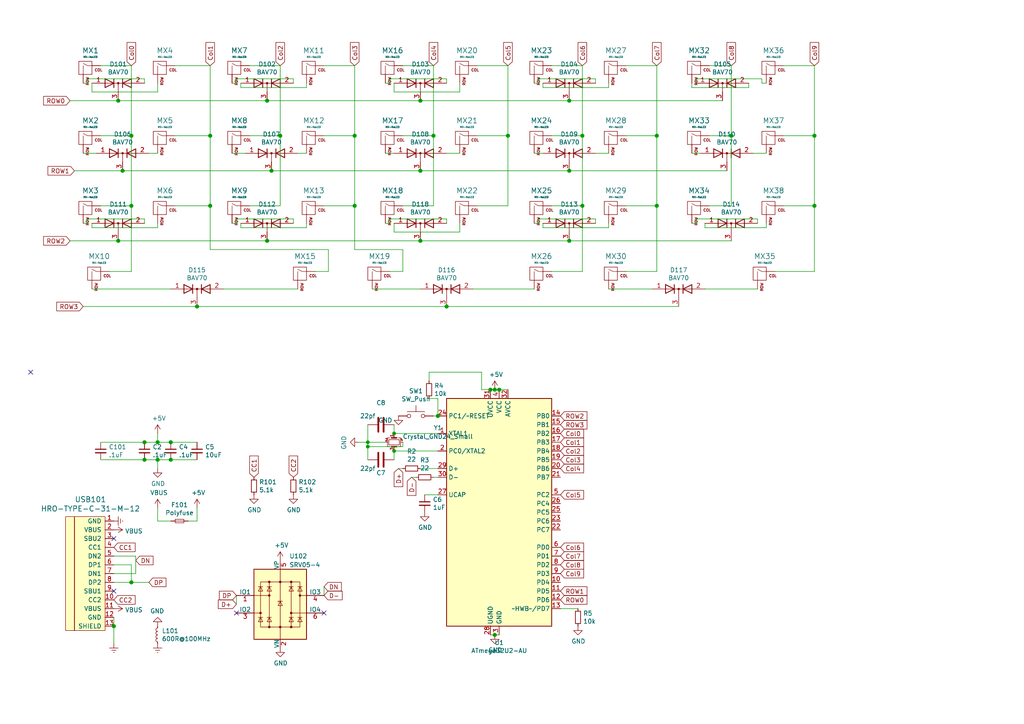
<source format=kicad_sch>
(kicad_sch (version 20220104) (generator eeschema)
  (paper "A4")
  (junction (at 77.47 69.85) (diameter 1.016))
  (junction (at 168.91 59.69) (diameter 1.016))
  (junction (at 81.28 39.37) (diameter 1.016))
  (junction (at 121.92 29.21) (diameter 1.016))
  (junction (at 38.1 168.91) (diameter 1.016))
  (junction (at 78.74 49.53) (diameter 1.016))
  (junction (at 38.1 59.69) (diameter 1.016))
  (junction (at 102.87 39.37) (diameter 1.016))
  (junction (at 45.72 133.35) (diameter 1.016))
  (junction (at 114.3 130.81))
  (junction (at 190.5 39.37) (diameter 1.016))
  (junction (at 168.91 39.37) (diameter 1.016))
  (junction (at 106.68 129.54))
  (junction (at 114.3 125.73))
  (junction (at 212.09 39.37) (diameter 1.016))
  (junction (at 60.96 59.69) (diameter 1.016))
  (junction (at 129.54 88.9) (diameter 1.016))
  (junction (at 144.78 113.03) (diameter 1.016))
  (junction (at 165.1 29.21) (diameter 1.016))
  (junction (at 106.68 128.27))
  (junction (at 165.1 69.85) (diameter 1.016))
  (junction (at 121.92 69.85) (diameter 1.016))
  (junction (at 236.22 59.69) (diameter 1.016))
  (junction (at 45.72 128.27) (diameter 1.016))
  (junction (at 77.47 29.21) (diameter 1.016))
  (junction (at 143.51 184.15) (diameter 1.016))
  (junction (at 143.51 113.03) (diameter 1.016))
  (junction (at 57.15 88.9) (diameter 1.016))
  (junction (at 102.87 59.69) (diameter 1.016))
  (junction (at 34.29 69.85) (diameter 1.016))
  (junction (at 142.24 113.03) (diameter 1.016))
  (junction (at 41.91 133.35) (diameter 1.016))
  (junction (at 127 120.65) (diameter 1.016))
  (junction (at 35.56 49.53) (diameter 1.016))
  (junction (at 236.22 39.37) (diameter 1.016))
  (junction (at 38.1 39.37) (diameter 1.016))
  (junction (at 49.53 133.35) (diameter 1.016))
  (junction (at 60.96 39.37) (diameter 1.016))
  (junction (at 147.32 39.37) (diameter 1.016))
  (junction (at 41.91 128.27) (diameter 1.016))
  (junction (at 34.29 29.21) (diameter 1.016))
  (junction (at 165.1 49.53) (diameter 1.016))
  (junction (at 125.73 39.37) (diameter 1.016))
  (junction (at 49.53 128.27) (diameter 1.016))
  (junction (at 33.02 181.61) (diameter 1.016))
  (junction (at 190.5 59.69) (diameter 1.016))
  (junction (at 121.92 49.53) (diameter 1.016))
  (no_connect (at 33.02 171.45))
  (no_connect (at 8.89 107.95))
  (no_connect (at -24.13 93.98))
  (no_connect (at 68.58 177.8))
  (no_connect (at 93.98 177.8))
  (no_connect (at 33.02 156.21))
  (wire (pts (xy 34.29 69.85) (xy 77.47 69.85)))
  (wire (pts (xy 160.02 39.37) (xy 168.91 39.37)))
  (wire (pts (xy 113.03 22.86) (xy 129.54 22.86)))
  (wire (pts (xy 33.02 179.07) (xy 33.02 181.61)))
  (wire (pts (xy 116.84 72.39) (xy 102.87 72.39)))
  (wire (pts (xy 24.13 64.77) (xy 25.4 64.77)))
  (wire (pts (xy 165.1 29.21) (xy 209.55 29.21)))
  (wire (pts (xy 222.25 64.77) (xy 222.25 66.04)))
  (wire (pts (xy 25.4 24.13) (xy 25.4 22.86)))
  (wire (pts (xy 86.36 44.45) (xy 88.9 44.45)))
  (wire (pts (xy 156.21 64.77) (xy 156.21 63.5)))
  (wire (pts (xy 160.02 19.05) (xy 168.91 19.05)))
  (wire (pts (xy 45.72 135.89) (xy 45.72 133.35)))
  (wire (pts (xy 157.48 44.45) (xy 154.94 44.45)))
  (wire (pts (xy 168.91 39.37) (xy 168.91 59.69)))
  (wire (pts (xy 45.72 151.13) (xy 49.53 151.13)))
  (wire (pts (xy 49.53 133.35) (xy 45.72 133.35)))
  (wire (pts (xy 114.3 26.67) (xy 114.3 24.13)))
  (wire (pts (xy 124.46 110.49) (xy 124.46 107.95)))
  (wire (pts (xy 45.72 26.67) (xy 26.67 26.67)))
  (wire (pts (xy 157.48 66.04) (xy 157.48 64.77)))
  (wire (pts (xy 121.92 69.85) (xy 165.1 69.85)))
  (wire (pts (xy 69.85 66.04) (xy 69.85 64.77)))
  (wire (pts (xy 45.72 128.27) (xy 49.53 128.27)))
  (wire (pts (xy 115.57 135.89) (xy 116.84 135.89)))
  (wire (pts (xy 125.73 19.05) (xy 125.73 39.37)))
  (wire (pts (xy 222.25 24.13) (xy 220.98 24.13)))
  (wire (pts (xy 154.94 24.13) (xy 156.21 24.13)))
  (wire (pts (xy 138.43 19.05) (xy 147.32 19.05)))
  (wire (pts (xy 116.84 19.05) (xy 125.73 19.05)))
  (wire (pts (xy 38.1 163.83) (xy 38.1 168.91)))
  (wire (pts (xy 204.47 83.82) (xy 219.71 83.82)))
  (wire (pts (xy 139.7 107.95) (xy 139.7 113.03)))
  (wire (pts (xy 93.98 170.18) (xy 93.98 172.72)))
  (wire (pts (xy 24.13 44.45) (xy 27.94 44.45)))
  (wire (pts (xy 25.4 22.86) (xy 41.91 22.86)))
  (wire (pts (xy 172.72 63.5) (xy 172.72 64.77)))
  (wire (pts (xy 26.67 66.04) (xy 26.67 64.77)))
  (wire (pts (xy 160.02 78.74) (xy 168.91 78.74)))
  (wire (pts (xy 106.68 123.19) (xy 106.68 128.27)))
  (wire (pts (xy 72.39 19.05) (xy 81.28 19.05)))
  (wire (pts (xy 176.53 83.82) (xy 189.23 83.82)))
  (wire (pts (xy 201.93 63.5) (xy 219.71 63.5)))
  (wire (pts (xy 77.47 29.21) (xy 121.92 29.21)))
  (wire (pts (xy 69.85 25.4) (xy 69.85 24.13)))
  (wire (pts (xy 57.15 147.32) (xy 57.15 151.13)))
  (wire (pts (xy 114.3 125.73) (xy 127 125.73)))
  (wire (pts (xy 68.58 24.13) (xy 68.58 22.86)))
  (wire (pts (xy 24.13 88.9) (xy 57.15 88.9)))
  (wire (pts (xy 133.35 64.77) (xy 133.35 67.31)))
  (wire (pts (xy 123.19 143.51) (xy 127 143.51)))
  (wire (pts (xy 116.84 128.27) (xy 116.84 129.54)))
  (wire (pts (xy 49.53 128.27) (xy 57.15 128.27)))
  (wire (pts (xy 156.21 22.86) (xy 172.72 22.86)))
  (wire (pts (xy 172.72 22.86) (xy 172.72 24.13)))
  (wire (pts (xy 106.68 128.27) (xy 106.68 129.54)))
  (wire (pts (xy 181.61 39.37) (xy 190.5 39.37)))
  (wire (pts (xy 45.72 64.77) (xy 45.72 66.04)))
  (wire (pts (xy 85.09 22.86) (xy 85.09 24.13)))
  (wire (pts (xy 165.1 69.85) (xy 212.09 69.85)))
  (wire (pts (xy 222.25 66.04) (xy 204.47 66.04)))
  (wire (pts (xy 201.93 64.77) (xy 201.93 63.5)))
  (wire (pts (xy 113.03 64.77) (xy 113.03 63.5)))
  (wire (pts (xy 212.09 59.69) (xy 212.09 39.37)))
  (wire (pts (xy 138.43 39.37) (xy 147.32 39.37)))
  (wire (pts (xy 160.02 59.69) (xy 168.91 59.69)))
  (wire (pts (xy 29.21 59.69) (xy 38.1 59.69)))
  (wire (pts (xy 31.75 78.74) (xy 38.1 78.74)))
  (wire (pts (xy 38.1 59.69) (xy 38.1 78.74)))
  (wire (pts (xy 38.1 19.05) (xy 38.1 39.37)))
  (wire (pts (xy 190.5 59.69) (xy 190.5 78.74)))
  (wire (pts (xy 168.91 59.69) (xy 168.91 78.74)))
  (wire (pts (xy 60.96 19.05) (xy 60.96 39.37)))
  (wire (pts (xy 25.4 64.77) (xy 25.4 63.5)))
  (wire (pts (xy 45.72 24.13) (xy 45.72 26.67)))
  (wire (pts (xy 201.93 22.86) (xy 201.93 24.13)))
  (wire (pts (xy 200.66 64.77) (xy 201.93 64.77)))
  (wire (pts (xy 88.9 66.04) (xy 69.85 66.04)))
  (wire (pts (xy 217.17 25.4) (xy 217.17 24.13)))
  (wire (pts (xy 116.84 78.74) (xy 116.84 72.39)))
  (wire (pts (xy 156.21 24.13) (xy 156.21 22.86)))
  (wire (pts (xy 29.21 39.37) (xy 38.1 39.37)))
  (wire (pts (xy 236.22 39.37) (xy 236.22 59.69)))
  (wire (pts (xy 121.92 29.21) (xy 165.1 29.21)))
  (wire (pts (xy 91.44 78.74) (xy 95.25 78.74)))
  (wire (pts (xy 127 115.57) (xy 124.46 115.57)))
  (wire (pts (xy 143.51 184.15) (xy 144.78 184.15)))
  (wire (pts (xy 39.37 161.29) (xy 33.02 161.29)))
  (wire (pts (xy 125.73 39.37) (xy 125.73 59.69)))
  (wire (pts (xy 85.09 63.5) (xy 85.09 64.77)))
  (wire (pts (xy 60.96 39.37) (xy 60.96 59.69)))
  (wire (pts (xy 114.3 67.31) (xy 114.3 64.77)))
  (wire (pts (xy 119.38 138.43) (xy 120.65 138.43)))
  (wire (pts (xy 139.7 113.03) (xy 142.24 113.03)))
  (wire (pts (xy 113.03 24.13) (xy 113.03 22.86)))
  (wire (pts (xy 102.87 72.39) (xy 102.87 59.69)))
  (wire (pts (xy 35.56 49.53) (xy 78.74 49.53)))
  (wire (pts (xy 156.21 63.5) (xy 172.72 63.5)))
  (wire (pts (xy 224.79 78.74) (xy 236.22 78.74)))
  (wire (pts (xy 137.16 83.82) (xy 154.94 83.82)))
  (wire (pts (xy 154.94 64.77) (xy 156.21 64.77)))
  (wire (pts (xy 236.22 19.05) (xy 236.22 39.37)))
  (wire (pts (xy 88.9 25.4) (xy 69.85 25.4)))
  (wire (pts (xy 176.53 24.13) (xy 176.53 25.4)))
  (wire (pts (xy 121.92 135.89) (xy 127 135.89)))
  (wire (pts (xy 220.98 22.86) (xy 201.93 22.86)))
  (wire (pts (xy 114.3 130.81) (xy 114.3 133.35)))
  (wire (pts (xy 168.91 19.05) (xy 168.91 39.37)))
  (wire (pts (xy 29.21 133.35) (xy 41.91 133.35)))
  (wire (pts (xy 147.32 19.05) (xy 147.32 39.37)))
  (wire (pts (xy 176.53 64.77) (xy 176.53 66.04)))
  (wire (pts (xy 157.48 25.4) (xy 157.48 24.13)))
  (wire (pts (xy 60.96 72.39) (xy 95.25 72.39)))
  (wire (pts (xy 176.53 25.4) (xy 157.48 25.4)))
  (wire (pts (xy 127 138.43) (xy 125.73 138.43)))
  (wire (pts (xy 113.03 78.74) (xy 116.84 78.74)))
  (wire (pts (xy 43.18 168.91) (xy 38.1 168.91)))
  (wire (pts (xy 181.61 59.69) (xy 190.5 59.69)))
  (wire (pts (xy 114.3 123.19) (xy 114.3 125.73)))
  (wire (pts (xy 64.77 83.82) (xy 86.36 83.82)))
  (wire (pts (xy 50.8 19.05) (xy 60.96 19.05)))
  (wire (pts (xy 45.72 66.04) (xy 26.67 66.04)))
  (wire (pts (xy 25.4 63.5) (xy 41.91 63.5)))
  (wire (pts (xy 50.8 39.37) (xy 60.96 39.37)))
  (wire (pts (xy 33.02 163.83) (xy 38.1 163.83)))
  (wire (pts (xy 106.68 129.54) (xy 106.68 133.35)))
  (wire (pts (xy 111.76 44.45) (xy 114.3 44.45)))
  (wire (pts (xy 95.25 72.39) (xy 95.25 78.74)))
  (wire (pts (xy 227.33 19.05) (xy 236.22 19.05)))
  (wire (pts (xy 104.14 128.27) (xy 106.68 128.27)))
  (wire (pts (xy 67.31 24.13) (xy 68.58 24.13)))
  (wire (pts (xy 45.72 133.35) (xy 41.91 133.35)))
  (wire (pts (xy 138.43 59.69) (xy 147.32 59.69)))
  (wire (pts (xy 38.1 168.91) (xy 33.02 168.91)))
  (wire (pts (xy 203.2 44.45) (xy 200.66 44.45)))
  (wire (pts (xy 57.15 151.13) (xy 54.61 151.13)))
  (wire (pts (xy 88.9 24.13) (xy 88.9 25.4)))
  (wire (pts (xy 212.09 39.37) (xy 212.09 19.05)))
  (wire (pts (xy 142.24 184.15) (xy 143.51 184.15)))
  (wire (pts (xy 107.95 83.82) (xy 121.92 83.82)))
  (wire (pts (xy 181.61 78.74) (xy 190.5 78.74)))
  (wire (pts (xy 144.78 113.03) (xy 143.51 113.03)))
  (wire (pts (xy 116.84 129.54) (xy 106.68 129.54)))
  (wire (pts (xy 205.74 39.37) (xy 212.09 39.37)))
  (wire (pts (xy 200.66 25.4) (xy 217.17 25.4)))
  (wire (pts (xy 21.59 49.53) (xy 35.56 49.53)))
  (wire (pts (xy 133.35 26.67) (xy 114.3 26.67)))
  (wire (pts (xy 190.5 39.37) (xy 190.5 59.69)))
  (wire (pts (xy 227.33 59.69) (xy 236.22 59.69)))
  (wire (pts (xy 33.02 181.61) (xy 33.02 186.69)))
  (wire (pts (xy 129.54 22.86) (xy 129.54 24.13)))
  (wire (pts (xy 81.28 19.05) (xy 81.28 39.37)))
  (wire (pts (xy 219.71 63.5) (xy 219.71 64.77)))
  (wire (pts (xy 45.72 147.32) (xy 45.72 151.13)))
  (wire (pts (xy 33.02 166.37) (xy 39.37 166.37)))
  (wire (pts (xy 200.66 24.13) (xy 200.66 25.4)))
  (wire (pts (xy 78.74 49.53) (xy 121.92 49.53)))
  (wire (pts (xy 176.53 66.04) (xy 157.48 66.04)))
  (wire (pts (xy 41.91 63.5) (xy 41.91 64.77)))
  (wire (pts (xy 68.58 64.77) (xy 68.58 63.5)))
  (wire (pts (xy 38.1 39.37) (xy 38.1 59.69)))
  (wire (pts (xy 147.32 39.37) (xy 147.32 59.69)))
  (wire (pts (xy 102.87 39.37) (xy 102.87 59.69)))
  (wire (pts (xy 20.32 69.85) (xy 34.29 69.85)))
  (wire (pts (xy 204.47 66.04) (xy 204.47 64.77)))
  (wire (pts (xy 142.24 113.03) (xy 143.51 113.03)))
  (wire (pts (xy 34.29 29.21) (xy 77.47 29.21)))
  (wire (pts (xy 71.12 44.45) (xy 67.31 44.45)))
  (wire (pts (xy 220.98 24.13) (xy 220.98 22.86)))
  (wire (pts (xy 50.8 59.69) (xy 60.96 59.69)))
  (wire (pts (xy 165.1 49.53) (xy 210.82 49.53)))
  (wire (pts (xy 41.91 128.27) (xy 45.72 128.27)))
  (wire (pts (xy 111.76 64.77) (xy 113.03 64.77)))
  (wire (pts (xy 133.35 67.31) (xy 114.3 67.31)))
  (wire (pts (xy 68.58 172.72) (xy 68.58 175.26)))
  (wire (pts (xy 77.47 69.85) (xy 121.92 69.85)))
  (wire (pts (xy 227.33 39.37) (xy 236.22 39.37)))
  (wire (pts (xy 29.21 19.05) (xy 38.1 19.05)))
  (wire (pts (xy 57.15 88.9) (xy 129.54 88.9)))
  (wire (pts (xy 236.22 59.69) (xy 236.22 78.74)))
  (wire (pts (xy 114.3 130.81) (xy 127 130.81)))
  (wire (pts (xy 205.74 19.05) (xy 212.09 19.05)))
  (wire (pts (xy 67.31 64.77) (xy 68.58 64.77)))
  (wire (pts (xy 41.91 22.86) (xy 41.91 24.13)))
  (wire (pts (xy 172.72 44.45) (xy 176.53 44.45)))
  (wire (pts (xy 93.98 39.37) (xy 102.87 39.37)))
  (wire (pts (xy 129.54 88.9) (xy 196.85 88.9)))
  (wire (pts (xy 93.98 19.05) (xy 102.87 19.05)))
  (wire (pts (xy 60.96 59.69) (xy 60.96 72.39)))
  (wire (pts (xy 72.39 39.37) (xy 81.28 39.37)))
  (wire (pts (xy 68.58 63.5) (xy 85.09 63.5)))
  (wire (pts (xy 26.67 26.67) (xy 26.67 24.13)))
  (wire (pts (xy 133.35 44.45) (xy 129.54 44.45)))
  (wire (pts (xy 127 120.65) (xy 125.73 120.65)))
  (wire (pts (xy 45.72 128.27) (xy 45.72 125.73)))
  (wire (pts (xy 26.67 83.82) (xy 49.53 83.82)))
  (wire (pts (xy 127 120.65) (xy 127 115.57)))
  (wire (pts (xy 39.37 161.29) (xy 39.37 166.37)))
  (wire (pts (xy 116.84 39.37) (xy 125.73 39.37)))
  (wire (pts (xy 29.21 128.27) (xy 41.91 128.27)))
  (wire (pts (xy 162.56 176.53) (xy 167.64 176.53)))
  (wire (pts (xy 144.78 113.03) (xy 147.32 113.03)))
  (wire (pts (xy 43.18 44.45) (xy 45.72 44.45)))
  (wire (pts (xy 81.28 39.37) (xy 81.28 59.69)))
  (wire (pts (xy 133.35 24.13) (xy 133.35 26.67)))
  (wire (pts (xy 205.74 59.69) (xy 212.09 59.69)))
  (wire (pts (xy 102.87 19.05) (xy 102.87 39.37)))
  (wire (pts (xy 218.44 44.45) (xy 222.25 44.45)))
  (wire (pts (xy 20.32 29.21) (xy 34.29 29.21)))
  (wire (pts (xy 181.61 19.05) (xy 190.5 19.05)))
  (wire (pts (xy 106.68 128.27) (xy 111.76 128.27)))
  (wire (pts (xy 124.46 107.95) (xy 139.7 107.95)))
  (wire (pts (xy 113.03 63.5) (xy 129.54 63.5)))
  (wire (pts (xy 111.76 24.13) (xy 113.03 24.13)))
  (wire (pts (xy 88.9 64.77) (xy 88.9 66.04)))
  (wire (pts (xy 57.15 133.35) (xy 49.53 133.35)))
  (wire (pts (xy 93.98 59.69) (xy 102.87 59.69)))
  (wire (pts (xy 121.92 49.53) (xy 165.1 49.53)))
  (wire (pts (xy 72.39 59.69) (xy 81.28 59.69)))
  (wire (pts (xy 190.5 19.05) (xy 190.5 39.37)))
  (wire (pts (xy 68.58 22.86) (xy 85.09 22.86)))
  (wire (pts (xy 116.84 59.69) (xy 125.73 59.69)))
  (wire (pts (xy 24.13 24.13) (xy 25.4 24.13)))
  (wire (pts (xy 129.54 63.5) (xy 129.54 64.77)))
  (global_label "DP" (shape input) (at 43.18 168.91 0) (property "Intersheet References" "${INTERSHEET_REFS}" (effects hide)))
  (global_label "Col8" (shape input) (at 162.56 163.83 0) (property "Intersheet References" "${INTERSHEET_REFS}" (effects hide)))
  (global_label "CC1" (shape input) (at 33.02 158.75 0) (property "Intersheet References" "${INTERSHEET_REFS}" (effects hide)))
  (global_label "Col4" (shape input) (at 162.56 135.89 0) (property "Intersheet References" "${INTERSHEET_REFS}" (effects hide)))
  (global_label "Col0" (shape input) (at 162.56 125.73 0) (property "Intersheet References" "${INTERSHEET_REFS}" (effects hide)))
  (global_label "Col4" (shape input) (at 125.73 19.05 90) (property "Intersheet References" "${INTERSHEET_REFS}" (effects hide)))
  (global_label "Col7" (shape input) (at 162.56 161.29 0) (property "Intersheet References" "${INTERSHEET_REFS}" (effects hide)))
  (global_label "Col3" (shape input) (at 102.87 19.05 90) (property "Intersheet References" "${INTERSHEET_REFS}" (effects hide)))
  (global_label "Col5" (shape input) (at 147.32 19.05 90) (property "Intersheet References" "${INTERSHEET_REFS}" (effects hide)))
  (global_label "DN" (shape input) (at 39.37 162.56 0) (property "Intersheet References" "${INTERSHEET_REFS}" (effects hide)))
  (global_label "ROW0" (shape input) (at 162.56 173.99 0) (property "Intersheet References" "${INTERSHEET_REFS}" (effects hide)))
  (global_label "DP" (shape input) (at 68.58 172.72 180) (property "Intersheet References" "${INTERSHEET_REFS}" (effects hide)))
  (global_label "ROW1" (shape input) (at 21.59 49.53 180) (property "Intersheet References" "${INTERSHEET_REFS}" (effects hide)))
  (global_label "ROW2" (shape input) (at 20.32 69.85 180) (property "Intersheet References" "${INTERSHEET_REFS}" (effects hide)))
  (global_label "Col1" (shape input) (at 60.96 19.05 90) (property "Intersheet References" "${INTERSHEET_REFS}" (effects hide)))
  (global_label "Col9" (shape input) (at 162.56 166.37 0) (property "Intersheet References" "${INTERSHEET_REFS}" (effects hide)))
  (global_label "Col8" (shape input) (at 212.09 19.05 90) (property "Intersheet References" "${INTERSHEET_REFS}" (effects hide)))
  (global_label "D-" (shape input) (at 119.38 138.43 270) (property "Intersheet References" "${INTERSHEET_REFS}" (effects hide)))
  (global_label "ROW2" (shape input) (at 162.56 120.65 0) (property "Intersheet References" "${INTERSHEET_REFS}" (effects hide)))
  (global_label "Col7" (shape input) (at 190.5 19.05 90) (property "Intersheet References" "${INTERSHEET_REFS}" (effects hide)))
  (global_label "D+" (shape input) (at 68.58 175.26 180) (property "Intersheet References" "${INTERSHEET_REFS}" (effects hide)))
  (global_label "CC1" (shape input) (at 73.66 138.43 90) (property "Intersheet References" "${INTERSHEET_REFS}" (effects hide)))
  (global_label "DN" (shape input) (at 93.98 170.18 0) (property "Intersheet References" "${INTERSHEET_REFS}" (effects hide)))
  (global_label "D-" (shape input) (at 93.98 172.72 0) (property "Intersheet References" "${INTERSHEET_REFS}" (effects hide)))
  (global_label "Col0" (shape input) (at 38.1 19.05 90) (property "Intersheet References" "${INTERSHEET_REFS}" (effects hide)))
  (global_label "ROW3" (shape input) (at 162.56 123.19 0) (property "Intersheet References" "${INTERSHEET_REFS}" (effects hide)))
  (global_label "Col9" (shape input) (at 236.22 19.05 90) (property "Intersheet References" "${INTERSHEET_REFS}" (effects hide)))
  (global_label "Col5" (shape input) (at 162.56 143.51 0) (property "Intersheet References" "${INTERSHEET_REFS}" (effects hide)))
  (global_label "D+" (shape input) (at 115.57 135.89 270) (property "Intersheet References" "${INTERSHEET_REFS}" (effects hide)))
  (global_label "CC2" (shape input) (at 85.09 138.43 90) (property "Intersheet References" "${INTERSHEET_REFS}" (effects hide)))
  (global_label "Col3" (shape input) (at 162.56 133.35 0) (property "Intersheet References" "${INTERSHEET_REFS}" (effects hide)))
  (global_label "Col6" (shape input) (at 162.56 158.75 0) (property "Intersheet References" "${INTERSHEET_REFS}" (effects hide)))
  (global_label "Col2" (shape input) (at 81.28 19.05 90) (property "Intersheet References" "${INTERSHEET_REFS}" (effects hide)))
  (global_label "Col1" (shape input) (at 162.56 128.27 0) (property "Intersheet References" "${INTERSHEET_REFS}" (effects hide)))
  (global_label "ROW0" (shape input) (at 20.32 29.21 180) (property "Intersheet References" "${INTERSHEET_REFS}" (effects hide)))
  (global_label "CC2" (shape input) (at 33.02 173.99 0) (property "Intersheet References" "${INTERSHEET_REFS}" (effects hide)))
  (global_label "ROW1" (shape input) (at 162.56 171.45 0) (property "Intersheet References" "${INTERSHEET_REFS}" (effects hide)))
  (global_label "Col2" (shape input) (at 162.56 130.81 0) (property "Intersheet References" "${INTERSHEET_REFS}" (effects hide)))
  (global_label "Col6" (shape input) (at 168.91 19.05 90) (property "Intersheet References" "${INTERSHEET_REFS}" (effects hide)))
  (global_label "ROW3" (shape input) (at 24.13 88.9 180) (property "Intersheet References" "${INTERSHEET_REFS}" (effects hide)))
  (symbol (lib_id "Adalyn-rescue:MX-NoLED-MX_Alps_Hybrid") (at 25.4 20.32 0) (unit 1)
    (property "Reference" "MX1" (at 26.2382 14.6558 0) (effects (font (size 1.524 1.524))))
    (property "Value" "MX-NoLED" (at 26.2382 16.5354 0) (effects (font (size 0.508 0.508))))
    (property "Footprint" "marbastlib-mx:SW_MX_1u" (effects hide))
  )
  (symbol (lib_id "Adalyn-rescue:MX-NoLED-MX_Alps_Hybrid") (at 46.99 20.32 0) (unit 1)
    (property "Reference" "MX4" (at 47.8282 14.6558 0) (effects (font (size 1.524 1.524))))
    (property "Value" "MX-NoLED" (at 47.8282 16.5354 0) (effects (font (size 0.508 0.508))))
    (property "Footprint" "marbastlib-mx:SW_MX_1u" (effects hide))
  )
  (symbol (lib_id "Adalyn-rescue:MX-NoLED-MX_Alps_Hybrid") (at 68.58 20.32 0) (unit 1)
    (property "Reference" "MX7" (at 69.4182 14.6558 0) (effects (font (size 1.524 1.524))))
    (property "Value" "MX-NoLED" (at 69.4182 16.5354 0) (effects (font (size 0.508 0.508))))
    (property "Footprint" "marbastlib-mx:SW_MX_1u" (effects hide))
  )
  (symbol (lib_id "Adalyn-rescue:MX-NoLED-MX_Alps_Hybrid") (at 90.17 20.32 0) (unit 1)
    (property "Reference" "MX11" (at 91.0082 14.6558 0) (effects (font (size 1.524 1.524))))
    (property "Value" "MX-NoLED" (at 91.0082 16.5354 0) (effects (font (size 0.508 0.508))))
    (property "Footprint" "marbastlib-mx:SW_MX_1u" (effects hide))
  )
  (symbol (lib_id "Adalyn-rescue:MX-NoLED-MX_Alps_Hybrid") (at 113.03 20.32 0) (unit 1)
    (property "Reference" "MX16" (at 113.8682 14.6558 0) (effects (font (size 1.524 1.524))))
    (property "Value" "MX-NoLED" (at 113.8682 16.5354 0) (effects (font (size 0.508 0.508))))
    (property "Footprint" "marbastlib-mx:SW_MX_1u" (effects hide))
  )
  (symbol (lib_id "Adalyn-rescue:MX-NoLED-MX_Alps_Hybrid") (at 134.62 20.32 0) (unit 1)
    (property "Reference" "MX20" (at 135.4582 14.6558 0) (effects (font (size 1.524 1.524))))
    (property "Value" "MX-NoLED" (at 135.4582 16.5354 0) (effects (font (size 0.508 0.508))))
    (property "Footprint" "marbastlib-mx:SW_MX_1u" (effects hide))
  )
  (symbol (lib_id "Adalyn-rescue:MX-NoLED-MX_Alps_Hybrid") (at 156.21 20.32 0) (unit 1)
    (property "Reference" "MX23" (at 157.0482 14.6558 0) (effects (font (size 1.524 1.524))))
    (property "Value" "MX-NoLED" (at 157.0482 16.5354 0) (effects (font (size 0.508 0.508))))
    (property "Footprint" "marbastlib-mx:SW_MX_1u" (effects hide))
  )
  (symbol (lib_id "Adalyn-rescue:MX-NoLED-MX_Alps_Hybrid") (at 177.8 20.32 0) (unit 1)
    (property "Reference" "MX27" (at 178.6382 14.6558 0) (effects (font (size 1.524 1.524))))
    (property "Value" "MX-NoLED" (at 178.6382 16.5354 0) (effects (font (size 0.508 0.508))))
    (property "Footprint" "marbastlib-mx:SW_MX_1u" (effects hide))
  )
  (symbol (lib_id "Adalyn-rescue:MX-NoLED-MX_Alps_Hybrid") (at 201.93 20.32 0) (unit 1)
    (property "Reference" "MX32" (at 202.7682 14.6558 0) (effects (font (size 1.524 1.524))))
    (property "Value" "MX-NoLED" (at 202.7682 16.5354 0) (effects (font (size 0.508 0.508))))
    (property "Footprint" "marbastlib-mx:SW_MX_1u" (effects hide))
  )
  (symbol (lib_id "Adalyn-rescue:MX-NoLED-MX_Alps_Hybrid") (at 223.52 20.32 0) (unit 1)
    (property "Reference" "MX36" (at 224.3582 14.6558 0) (effects (font (size 1.524 1.524))))
    (property "Value" "MX-NoLED" (at 224.3582 16.5354 0) (effects (font (size 0.508 0.508))))
    (property "Footprint" "marbastlib-mx:SW_MX_1u" (effects hide))
  )
  (symbol (lib_id "Adalyn-rescue:MX-NoLED-MX_Alps_Hybrid") (at 25.4 40.64 0) (unit 1)
    (property "Reference" "MX2" (at 26.2382 34.9758 0) (effects (font (size 1.524 1.524))))
    (property "Value" "MX-NoLED" (at 26.2382 36.8554 0) (effects (font (size 0.508 0.508))))
    (property "Footprint" "marbastlib-mx:SW_MX_1u" (effects hide))
  )
  (symbol (lib_id "Adalyn-rescue:MX-NoLED-MX_Alps_Hybrid") (at 46.99 40.64 0) (unit 1)
    (property "Reference" "MX5" (at 47.8282 34.9758 0) (effects (font (size 1.524 1.524))))
    (property "Value" "MX-NoLED" (at 47.8282 36.8554 0) (effects (font (size 0.508 0.508))))
    (property "Footprint" "marbastlib-mx:SW_MX_1u" (effects hide))
  )
  (symbol (lib_id "Adalyn-rescue:MX-NoLED-MX_Alps_Hybrid") (at 68.58 40.64 0) (unit 1)
    (property "Reference" "MX8" (at 69.4182 34.9758 0) (effects (font (size 1.524 1.524))))
    (property "Value" "MX-NoLED" (at 69.4182 36.8554 0) (effects (font (size 0.508 0.508))))
    (property "Footprint" "marbastlib-mx:SW_MX_1u" (effects hide))
  )
  (symbol (lib_id "Adalyn-rescue:MX-NoLED-MX_Alps_Hybrid") (at 90.17 40.64 0) (unit 1)
    (property "Reference" "MX12" (at 91.0082 34.9758 0) (effects (font (size 1.524 1.524))))
    (property "Value" "MX-NoLED" (at 91.0082 36.8554 0) (effects (font (size 0.508 0.508))))
    (property "Footprint" "marbastlib-mx:SW_MX_1u" (effects hide))
  )
  (symbol (lib_id "Adalyn-rescue:MX-NoLED-MX_Alps_Hybrid") (at 113.03 40.64 0) (unit 1)
    (property "Reference" "MX17" (at 113.8682 34.9758 0) (effects (font (size 1.524 1.524))))
    (property "Value" "MX-NoLED" (at 113.8682 36.8554 0) (effects (font (size 0.508 0.508))))
    (property "Footprint" "marbastlib-mx:SW_MX_1u" (effects hide))
  )
  (symbol (lib_id "Adalyn-rescue:MX-NoLED-MX_Alps_Hybrid") (at 134.62 40.64 0) (unit 1)
    (property "Reference" "MX21" (at 135.4582 34.9758 0) (effects (font (size 1.524 1.524))))
    (property "Value" "MX-NoLED" (at 135.4582 36.8554 0) (effects (font (size 0.508 0.508))))
    (property "Footprint" "marbastlib-mx:SW_MX_1u" (effects hide))
  )
  (symbol (lib_id "Adalyn-rescue:MX-NoLED-MX_Alps_Hybrid") (at 156.21 40.64 0) (unit 1)
    (property "Reference" "MX24" (at 157.0482 34.9758 0) (effects (font (size 1.524 1.524))))
    (property "Value" "MX-NoLED" (at 157.0482 36.8554 0) (effects (font (size 0.508 0.508))))
    (property "Footprint" "marbastlib-mx:SW_MX_1u" (effects hide))
  )
  (symbol (lib_id "Adalyn-rescue:MX-NoLED-MX_Alps_Hybrid") (at 177.8 40.64 0) (unit 1)
    (property "Reference" "MX28" (at 178.6382 34.9758 0) (effects (font (size 1.524 1.524))))
    (property "Value" "MX-NoLED" (at 178.6382 36.8554 0) (effects (font (size 0.508 0.508))))
    (property "Footprint" "marbastlib-mx:SW_MX_1u" (effects hide))
  )
  (symbol (lib_id "Adalyn-rescue:MX-NoLED-MX_Alps_Hybrid") (at 201.93 40.64 0) (unit 1)
    (property "Reference" "MX33" (at 202.7682 34.9758 0) (effects (font (size 1.524 1.524))))
    (property "Value" "MX-NoLED" (at 202.7682 36.8554 0) (effects (font (size 0.508 0.508))))
    (property "Footprint" "marbastlib-mx:SW_MX_1u" (effects hide))
  )
  (symbol (lib_id "Adalyn-rescue:MX-NoLED-MX_Alps_Hybrid") (at 223.52 40.64 0) (unit 1)
    (property "Reference" "MX37" (at 224.3582 34.9758 0) (effects (font (size 1.524 1.524))))
    (property "Value" "MX-NoLED" (at 224.3582 36.8554 0) (effects (font (size 0.508 0.508))))
    (property "Footprint" "marbastlib-mx:SW_MX_1u" (effects hide))
  )
  (symbol (lib_id "Adalyn-rescue:MX-NoLED-MX_Alps_Hybrid") (at 25.4 60.96 0) (unit 1)
    (property "Reference" "MX3" (at 26.2382 55.2958 0) (effects (font (size 1.524 1.524))))
    (property "Value" "MX-NoLED" (at 26.2382 57.1754 0) (effects (font (size 0.508 0.508))))
    (property "Footprint" "marbastlib-mx:SW_MX_1u" (effects hide))
  )
  (symbol (lib_id "Adalyn-rescue:MX-NoLED-MX_Alps_Hybrid") (at 46.99 60.96 0) (unit 1)
    (property "Reference" "MX6" (at 47.8282 55.2958 0) (effects (font (size 1.524 1.524))))
    (property "Value" "MX-NoLED" (at 47.8282 57.1754 0) (effects (font (size 0.508 0.508))))
    (property "Footprint" "marbastlib-mx:SW_MX_1u" (effects hide))
  )
  (symbol (lib_id "Adalyn-rescue:MX-NoLED-MX_Alps_Hybrid") (at 68.58 60.96 0) (unit 1)
    (property "Reference" "MX9" (at 69.4182 55.2958 0) (effects (font (size 1.524 1.524))))
    (property "Value" "MX-NoLED" (at 69.4182 57.1754 0) (effects (font (size 0.508 0.508))))
    (property "Footprint" "marbastlib-mx:SW_MX_1u" (effects hide))
  )
  (symbol (lib_id "Adalyn-rescue:MX-NoLED-MX_Alps_Hybrid") (at 90.17 60.96 0) (unit 1)
    (property "Reference" "MX13" (at 91.0082 55.2958 0) (effects (font (size 1.524 1.524))))
    (property "Value" "MX-NoLED" (at 91.0082 57.1754 0) (effects (font (size 0.508 0.508))))
    (property "Footprint" "marbastlib-mx:SW_MX_1u" (effects hide))
  )
  (symbol (lib_id "Adalyn-rescue:MX-NoLED-MX_Alps_Hybrid") (at 113.03 60.96 0) (unit 1)
    (property "Reference" "MX18" (at 113.8682 55.2958 0) (effects (font (size 1.524 1.524))))
    (property "Value" "MX-NoLED" (at 113.8682 57.1754 0) (effects (font (size 0.508 0.508))))
    (property "Footprint" "marbastlib-mx:SW_MX_1u" (effects hide))
  )
  (symbol (lib_id "Adalyn-rescue:MX-NoLED-MX_Alps_Hybrid") (at 134.62 60.96 0) (unit 1)
    (property "Reference" "MX22" (at 135.4582 55.2958 0) (effects (font (size 1.524 1.524))))
    (property "Value" "MX-NoLED" (at 135.4582 57.1754 0) (effects (font (size 0.508 0.508))))
    (property "Footprint" "marbastlib-mx:SW_MX_1u" (effects hide))
  )
  (symbol (lib_id "Adalyn-rescue:MX-NoLED-MX_Alps_Hybrid") (at 156.21 60.96 0) (unit 1)
    (property "Reference" "MX25" (at 157.0482 55.2958 0) (effects (font (size 1.524 1.524))))
    (property "Value" "MX-NoLED" (at 157.0482 57.1754 0) (effects (font (size 0.508 0.508))))
    (property "Footprint" "marbastlib-mx:SW_MX_1u" (effects hide))
  )
  (symbol (lib_id "Adalyn-rescue:MX-NoLED-MX_Alps_Hybrid") (at 177.8 60.96 0) (unit 1)
    (property "Reference" "MX29" (at 178.6382 55.2958 0) (effects (font (size 1.524 1.524))))
    (property "Value" "MX-NoLED" (at 178.6382 57.1754 0) (effects (font (size 0.508 0.508))))
    (property "Footprint" "marbastlib-mx:SW_MX_1u" (effects hide))
  )
  (symbol (lib_id "Adalyn-rescue:MX-NoLED-MX_Alps_Hybrid") (at 201.93 60.96 0) (unit 1)
    (property "Reference" "MX34" (at 202.7682 55.2958 0) (effects (font (size 1.524 1.524))))
    (property "Value" "MX-NoLED" (at 202.7682 57.1754 0) (effects (font (size 0.508 0.508))))
    (property "Footprint" "marbastlib-mx:SW_MX_1u" (effects hide))
  )
  (symbol (lib_id "Adalyn-rescue:MX-NoLED-MX_Alps_Hybrid") (at 223.52 60.96 0) (unit 1)
    (property "Reference" "MX38" (at 224.3582 55.2958 0) (effects (font (size 1.524 1.524))))
    (property "Value" "MX-NoLED" (at 224.3582 57.1754 0) (effects (font (size 0.508 0.508))))
    (property "Footprint" "marbastlib-mx:SW_MX_1u" (effects hide))
  )
  (symbol (lib_id "Adalyn-rescue:MX-NoLED-MX_Alps_Hybrid") (at 27.94 80.01 0) (unit 1)
    (property "Reference" "MX10" (at 28.7782 74.3458 0) (effects (font (size 1.524 1.524))))
    (property "Value" "MX-NoLED" (at 28.7782 76.2254 0) (effects (font (size 0.508 0.508))))
    (property "Footprint" "marbastlib-mx:SW_MX_1u" (effects hide))
  )
  (symbol (lib_id "Adalyn-rescue:MX-NoLED-MX_Alps_Hybrid") (at 87.63 80.01 0) (unit 1)
    (property "Reference" "MX15" (at 88.4682 74.3458 0) (effects (font (size 1.524 1.524))))
    (property "Value" "MX-NoLED" (at 88.4682 76.2254 0) (effects (font (size 0.508 0.508))))
    (property "Footprint" "marbastlib-mx:SW_MX_1u" (effects hide))
  )
  (symbol (lib_id "Adalyn-rescue:MX-NoLED-MX_Alps_Hybrid") (at 109.22 80.01 0) (unit 1)
    (property "Reference" "MX19" (at 110.0582 74.3458 0) (effects (font (size 1.524 1.524))))
    (property "Value" "MX-NoLED" (at 110.0582 76.2254 0) (effects (font (size 0.508 0.508))))
    (property "Footprint" "marbastlib-mx:SW_MX_1u" (effects hide))
  )
  (symbol (lib_id "Adalyn-rescue:MX-NoLED-MX_Alps_Hybrid") (at 156.21 80.01 0) (unit 1)
    (property "Reference" "MX26" (at 157.0482 74.3458 0) (effects (font (size 1.524 1.524))))
    (property "Value" "MX-NoLED" (at 157.0482 76.2254 0) (effects (font (size 0.508 0.508))))
    (property "Footprint" "marbastlib-mx:SW_MX_1u" (effects hide))
  )
  (symbol (lib_id "Adalyn-rescue:MX-NoLED-MX_Alps_Hybrid") (at 177.8 80.01 0) (unit 1)
    (property "Reference" "MX30" (at 178.6382 74.3458 0) (effects (font (size 1.524 1.524))))
    (property "Value" "MX-NoLED" (at 178.6382 76.2254 0) (effects (font (size 0.508 0.508))))
    (property "Footprint" "marbastlib-mx:SW_MX_1u" (effects hide))
  )
  (symbol (lib_id "Adalyn-rescue:MX-NoLED-MX_Alps_Hybrid") (at 220.98 80.01 0) (unit 1)
    (property "Reference" "MX35" (at 221.8182 74.3458 0) (effects (font (size 1.524 1.524))))
    (property "Value" "MX-NoLED" (at 221.8182 76.2254 0) (effects (font (size 0.508 0.508))))
    (property "Footprint" "marbastlib-mx:SW_MX_1u" (effects hide))
  )
  (symbol (lib_id "Switch:SW_Push") (at 120.65 120.65 0) (unit 1)
    (property "Reference" "SW1" (at 120.65 113.411 0))
    (property "Value" "SW_Push" (at 120.65 115.7224 0))
    (property "Footprint" "Keebio-Parts:SW_SPST_TL3342" (effects hide))
    (property "LCSC" "C318884" (effects hide))
  )
  (symbol (lib_id "power:GND") (at 115.57 120.65 0) (unit 1)
    (property "Reference" "#PWR010" (effects hide))
    (property "Value" "GND" (at 111.76 121.92 0))
  )
  (symbol (lib_id "power:+5V") (at 143.51 113.03 0) (unit 1)
    (property "Reference" "#PWR012" (effects hide))
    (property "Value" "+5V" (at 143.891 108.6358 0))
  )
  (symbol (lib_id "Device:R_Small") (at 124.46 113.03 0) (unit 1)
    (property "Reference" "R4" (at 125.9586 111.8616 0) (effects (justify left)))
    (property "Value" "10k" (at 125.9586 114.173 0) (effects (justify left)))
    (property "Footprint" "Resistor_SMD:R_0805_2012Metric" (effects hide))
    (property "LCSC" "C17414" (effects hide))
  )
  (symbol (lib_id "Device:R_Small") (at 167.64 179.07 0) (unit 1)
    (property "Reference" "R5" (at 169.1386 177.9016 0) (effects (justify left)))
    (property "Value" "10k" (at 169.1386 180.213 0) (effects (justify left)))
    (property "Footprint" "Resistor_SMD:R_0805_2012Metric" (effects hide))
    (property "LCSC" "C17414" (effects hide))
  )
  (symbol (lib_id "power:GND") (at 167.64 181.61 0) (unit 1)
    (property "Reference" "#PWR014" (effects hide))
    (property "Value" "GND" (at 167.767 186.0042 0))
  )
  (symbol (lib_id "Device:R_Small") (at 119.38 135.89 270) (unit 1)
    (property "Reference" "R2" (at 119.38 130.9116 90))
    (property "Value" "22" (at 119.38 133.223 90))
    (property "Footprint" "Resistor_SMD:R_0805_2012Metric" (effects hide))
    (property "LCSC" "C17561" (effects hide))
  )
  (symbol (lib_id "Device:R_Small") (at 123.19 138.43 270) (unit 1)
    (property "Reference" "R3" (at 123.19 133.4516 90))
    (property "Value" "22" (at 123.19 135.763 90))
    (property "Footprint" "Resistor_SMD:R_0805_2012Metric" (effects hide))
    (property "LCSC" "C17561" (effects hide))
  )
  (symbol (lib_id "Device:C_Small") (at 123.19 146.05 0) (unit 1)
    (property "Reference" "C6" (at 125.5268 144.8816 0) (effects (justify left)))
    (property "Value" "1uF" (at 125.5268 147.193 0) (effects (justify left)))
    (property "Footprint" "Capacitor_SMD:C_0805_2012Metric" (effects hide))
    (property "LCSC" "C28323" (effects hide))
  )
  (symbol (lib_id "power:GND") (at 123.19 148.59 0) (unit 1)
    (property "Reference" "#PWR011" (effects hide))
    (property "Value" "GND" (at 123.317 152.9842 0))
  )
  (symbol (lib_id "Device:C_Small") (at 41.91 130.81 0) (unit 1)
    (property "Reference" "C2" (at 44.2468 129.6416 0) (effects (justify left)))
    (property "Value" ".1uF" (at 44.2468 131.953 0) (effects (justify left)))
    (property "Footprint" "Capacitor_SMD:C_0805_2012Metric" (effects hide))
    (property "LCSC" "C49678" (effects hide))
  )
  (symbol (lib_id "Device:C_Small") (at 49.53 130.81 0) (unit 1)
    (property "Reference" "C4" (at 51.8668 129.6416 0) (effects (justify left)))
    (property "Value" ".1uF" (at 51.8668 131.953 0) (effects (justify left)))
    (property "Footprint" "Capacitor_SMD:C_0805_2012Metric" (effects hide))
    (property "LCSC" "C49678" (effects hide))
  )
  (symbol (lib_id "Device:C_Small") (at 57.15 130.81 0) (unit 1)
    (property "Reference" "C5" (at 59.4868 129.6416 0) (effects (justify left)))
    (property "Value" "10uF" (at 59.4868 131.953 0) (effects (justify left)))
    (property "Footprint" "Capacitor_SMD:C_0805_2012Metric" (effects hide))
    (property "LCSC" "C91245" (effects hide))
  )
  (symbol (lib_id "power:GND") (at 45.72 135.89 0) (unit 1)
    (property "Reference" "#PWR03" (effects hide))
    (property "Value" "GND" (at 45.847 140.2842 0))
  )
  (symbol (lib_id "power:+5V") (at 45.72 125.73 0) (unit 1)
    (property "Reference" "#PWR02" (effects hide))
    (property "Value" "+5V" (at 46.101 121.3358 0))
  )
  (symbol (lib_id "Device:C_Small") (at 29.21 130.81 0) (unit 1)
    (property "Reference" "C101" (at 31.5468 129.6416 0) (effects (justify left)))
    (property "Value" ".1uF" (at 31.5468 131.953 0) (effects (justify left)))
    (property "Footprint" "Capacitor_SMD:C_0805_2012Metric" (effects hide))
    (property "LCSC" "C49678" (effects hide))
  )
  (symbol (lib_id "Adalyn-rescue:HRO-TYPE-C-31-M-12-keebio") (at 30.48 165.1 0) (unit 1)
    (property "Reference" "USB101" (at 26.2382 144.8562 0) (effects (font (size 1.524 1.524))))
    (property "Value" "HRO-TYPE-C-31-M-12" (at 26.2382 147.5486 0) (effects (font (size 1.524 1.524))))
    (property "Footprint" "Type-C:HRO-TYPE-C-31-M-12-Assembly" (effects hide))
    (property "LCSC" "C165948" (effects hide))
  )
  (symbol (lib_id "power:+5V") (at 81.28 162.56 0) (unit 1)
    (property "Reference" "#PWR0101" (effects hide))
    (property "Value" "+5V" (at 81.661 158.1658 0))
  )
  (symbol (lib_id "power:GND") (at 81.28 187.96 0) (unit 1)
    (property "Reference" "#PWR0103" (effects hide))
    (property "Value" "GND" (at 81.407 192.3542 0))
  )
  (symbol (lib_id "power:GND") (at 73.66 143.51 0) (unit 1)
    (property "Reference" "#PWR0104" (effects hide))
    (property "Value" "GND" (at 73.787 147.9042 0))
  )
  (symbol (lib_id "power:GND") (at 85.09 143.51 0) (unit 1)
    (property "Reference" "#PWR0105" (effects hide))
    (property "Value" "GND" (at 85.217 147.9042 0))
  )
  (symbol (lib_id "Device:Fuse_Small") (at 52.07 151.13 0) (unit 1)
    (property "Reference" "F101" (at 52.07 146.431 0))
    (property "Value" "Polyfuse" (at 52.07 148.7424 0))
    (property "Footprint" "Fuse:Fuse_1206_3216Metric" (effects hide))
    (property "LCSC" "C69688" (effects hide))
  )
  (symbol (lib_id "power:Earth") (at 33.02 186.69 0) (unit 1)
    (property "Reference" "#PWR0106" (effects hide))
    (property "Value" "Earth" (effects hide))
  )
  (symbol (lib_id "Device:L_Small") (at 45.72 184.15 0) (unit 1)
    (property "Reference" "L101" (at 46.9392 182.9816 0) (effects (justify left)))
    (property "Value" "600R@100MHz" (at 46.9392 185.293 0) (effects (justify left)))
    (property "Footprint" "Inductor_SMD:L_0603_1608Metric" (effects hide))
  )
  (symbol (lib_id "power:Earth") (at 45.72 186.69 0) (unit 1)
    (property "Reference" "#PWR0107" (effects hide))
    (property "Value" "Earth" (effects hide))
  )
  (symbol (lib_id "power:GND") (at 45.72 181.61 180) (unit 1)
    (property "Reference" "#PWR0108" (effects hide))
    (property "Value" "GND" (at 45.593 177.2158 0))
  )
  (symbol (lib_id "power:+5V") (at 57.15 147.32 0) (unit 1)
    (property "Reference" "#PWR0109" (effects hide))
    (property "Value" "+5V" (at 57.531 142.9258 0))
  )
  (symbol (lib_id "power:VBUS") (at 45.72 147.32 0) (unit 1)
    (property "Reference" "#PWR0110" (effects hide))
    (property "Value" "VBUS" (at 46.101 142.9258 0))
  )
  (symbol (lib_id "power:VBUS") (at 33.02 153.67 270) (unit 1)
    (property "Reference" "#PWR0111" (effects hide))
    (property "Value" "VBUS" (at 36.2712 154.051 90) (effects (justify left)))
  )
  (symbol (lib_id "power:VBUS") (at 33.02 176.53 270) (unit 1)
    (property "Reference" "#PWR0112" (effects hide))
    (property "Value" "VBUS" (at 36.2712 176.911 90) (effects (justify left)))
  )
  (symbol (lib_id "power:Earth") (at 33.02 151.13 90) (unit 1)
    (property "Reference" "#PWR0113" (effects hide))
    (property "Value" "Earth" (effects hide))
  )
  (symbol (lib_id "Device:R_Small") (at 73.66 140.97 180) (unit 1)
    (property "Reference" "R101" (at 75.1586 139.8016 0) (effects (justify right)))
    (property "Value" "5.1k" (at 75.1586 142.113 0) (effects (justify right)))
    (property "Footprint" "Resistor_SMD:R_0805_2012Metric" (effects hide))
    (property "LCSC" "C27834" (effects hide))
  )
  (symbol (lib_id "Device:R_Small") (at 85.09 140.97 0) (unit 1)
    (property "Reference" "R102" (at 86.5886 139.8016 0) (effects (justify left)))
    (property "Value" "5.1k" (at 86.5886 142.113 0) (effects (justify left)))
    (property "Footprint" "Resistor_SMD:R_0805_2012Metric" (effects hide))
    (property "LCSC" "C27834" (effects hide))
  )
  (symbol (lib_id "Diode:BAV70") (at 209.55 24.13 0) (unit 1)
    (property "Reference" "D105" (at 209.55 18.6182 0))
    (property "Value" "BAV70" (at 209.55 20.9296 0))
    (property "Footprint" "Package_TO_SOT_SMD:SOT-23" (effects hide))
    (property "Datasheet" "https://assets.nexperia.com/documents/data-sheet/BAV70_SER.pdf" (effects hide))
    (property "LCSC" "C68978" (effects hide))
  )
  (symbol (lib_id "Diode:BAV70") (at 210.82 44.45 0) (unit 1)
    (property "Reference" "D110" (at 210.82 38.9382 0))
    (property "Value" "BAV70" (at 210.82 41.2496 0))
    (property "Footprint" "Package_TO_SOT_SMD:SOT-23" (effects hide))
    (property "Datasheet" "https://assets.nexperia.com/documents/data-sheet/BAV70_SER.pdf" (effects hide))
    (property "LCSC" "C68978" (effects hide))
  )
  (symbol (lib_id "Diode:BAV70") (at 212.09 64.77 0) (unit 1)
    (property "Reference" "D114" (at 212.09 59.2582 0))
    (property "Value" "BAV70" (at 212.09 61.5696 0))
    (property "Footprint" "Package_TO_SOT_SMD:SOT-23" (effects hide))
    (property "Datasheet" "https://assets.nexperia.com/documents/data-sheet/BAV70_SER.pdf" (effects hide))
    (property "LCSC" "C68978" (effects hide))
  )
  (symbol (lib_id "Diode:BAV70") (at 196.85 83.82 0) (unit 1)
    (property "Reference" "D117" (at 196.85 78.3082 0))
    (property "Value" "BAV70" (at 196.85 80.6196 0))
    (property "Footprint" "Package_TO_SOT_SMD:SOT-23" (effects hide))
    (property "Datasheet" "https://assets.nexperia.com/documents/data-sheet/BAV70_SER.pdf" (effects hide))
    (property "LCSC" "C68978" (effects hide))
  )
  (symbol (lib_id "Diode:BAV70") (at 165.1 64.77 0) (unit 1)
    (property "Reference" "D113" (at 165.1 59.2582 0))
    (property "Value" "BAV70" (at 165.1 61.5696 0))
    (property "Footprint" "Package_TO_SOT_SMD:SOT-23" (effects hide))
    (property "Datasheet" "https://assets.nexperia.com/documents/data-sheet/BAV70_SER.pdf" (effects hide))
    (property "LCSC" "C68978" (effects hide))
  )
  (symbol (lib_id "Diode:BAV70") (at 129.54 83.82 0) (unit 1)
    (property "Reference" "D116" (at 129.54 78.3082 0))
    (property "Value" "BAV70" (at 129.54 80.6196 0))
    (property "Footprint" "Package_TO_SOT_SMD:SOT-23" (effects hide))
    (property "Datasheet" "https://assets.nexperia.com/documents/data-sheet/BAV70_SER.pdf" (effects hide))
    (property "LCSC" "C68978" (effects hide))
  )
  (symbol (lib_id "Diode:BAV70") (at 165.1 24.13 0) (unit 1)
    (property "Reference" "D104" (at 165.1 18.6182 0))
    (property "Value" "BAV70" (at 165.1 20.9296 0))
    (property "Footprint" "Package_TO_SOT_SMD:SOT-23" (effects hide))
    (property "Datasheet" "https://assets.nexperia.com/documents/data-sheet/BAV70_SER.pdf" (effects hide))
    (property "LCSC" "C68978" (effects hide))
  )
  (symbol (lib_id "Diode:BAV70") (at 165.1 44.45 0) (unit 1)
    (property "Reference" "D109" (at 165.1 38.9382 0))
    (property "Value" "BAV70" (at 165.1 41.2496 0))
    (property "Footprint" "Package_TO_SOT_SMD:SOT-23" (effects hide))
    (property "Datasheet" "https://assets.nexperia.com/documents/data-sheet/BAV70_SER.pdf" (effects hide))
    (property "LCSC" "C68978" (effects hide))
  )
  (symbol (lib_id "Diode:BAV70") (at 121.92 44.45 0) (unit 1)
    (property "Reference" "D108" (at 121.92 38.9382 0))
    (property "Value" "BAV70" (at 121.92 41.2496 0))
    (property "Footprint" "Package_TO_SOT_SMD:SOT-23" (effects hide))
    (property "Datasheet" "https://assets.nexperia.com/documents/data-sheet/BAV70_SER.pdf" (effects hide))
    (property "LCSC" "C68978" (effects hide))
  )
  (symbol (lib_id "Diode:BAV70") (at 121.92 24.13 0) (unit 1)
    (property "Reference" "D103" (at 121.92 18.6182 0))
    (property "Value" "BAV70" (at 121.92 20.9296 0))
    (property "Footprint" "Package_TO_SOT_SMD:SOT-23" (effects hide))
    (property "Datasheet" "https://assets.nexperia.com/documents/data-sheet/BAV70_SER.pdf" (effects hide))
    (property "LCSC" "C68978" (effects hide))
  )
  (symbol (lib_id "Diode:BAV70") (at 78.74 44.45 0) (unit 1)
    (property "Reference" "D107" (at 78.74 38.9382 0))
    (property "Value" "BAV70" (at 78.74 41.2496 0))
    (property "Footprint" "Package_TO_SOT_SMD:SOT-23" (effects hide))
    (property "Datasheet" "https://assets.nexperia.com/documents/data-sheet/BAV70_SER.pdf" (effects hide))
    (property "LCSC" "C68978" (effects hide))
  )
  (symbol (lib_id "Diode:BAV70") (at 77.47 24.13 0) (unit 1)
    (property "Reference" "D102" (at 77.47 18.6182 0))
    (property "Value" "BAV70" (at 77.47 20.9296 0))
    (property "Footprint" "Package_TO_SOT_SMD:SOT-23" (effects hide))
    (property "Datasheet" "https://assets.nexperia.com/documents/data-sheet/BAV70_SER.pdf" (effects hide))
    (property "LCSC" "C68978" (effects hide))
  )
  (symbol (lib_id "Diode:BAV70") (at 34.29 24.13 0) (unit 1)
    (property "Reference" "D101" (at 34.29 18.6182 0))
    (property "Value" "BAV70" (at 34.29 20.9296 0))
    (property "Footprint" "Package_TO_SOT_SMD:SOT-23" (effects hide))
    (property "Datasheet" "https://assets.nexperia.com/documents/data-sheet/BAV70_SER.pdf" (effects hide))
    (property "LCSC" "C68978" (effects hide))
  )
  (symbol (lib_id "Diode:BAV70") (at 35.56 44.45 0) (unit 1)
    (property "Reference" "D106" (at 35.56 38.9382 0))
    (property "Value" "BAV70" (at 35.56 41.2496 0))
    (property "Footprint" "Package_TO_SOT_SMD:SOT-23" (effects hide))
    (property "Datasheet" "https://assets.nexperia.com/documents/data-sheet/BAV70_SER.pdf" (effects hide))
    (property "LCSC" "C68978" (effects hide))
  )
  (symbol (lib_id "Diode:BAV70") (at 34.29 64.77 0) (unit 1)
    (property "Reference" "D111" (at 34.29 59.2582 0))
    (property "Value" "BAV70" (at 34.29 61.5696 0))
    (property "Footprint" "Package_TO_SOT_SMD:SOT-23" (effects hide))
    (property "Datasheet" "https://assets.nexperia.com/documents/data-sheet/BAV70_SER.pdf" (effects hide))
    (property "LCSC" "C68978" (effects hide))
  )
  (symbol (lib_id "Diode:BAV70") (at 57.15 83.82 0) (unit 1)
    (property "Reference" "D115" (at 57.15 78.3082 0))
    (property "Value" "BAV70" (at 57.15 80.6196 0))
    (property "Footprint" "Package_TO_SOT_SMD:SOT-23" (effects hide))
    (property "Datasheet" "https://assets.nexperia.com/documents/data-sheet/BAV70_SER.pdf" (effects hide))
    (property "LCSC" "C68978" (effects hide))
  )
  (symbol (lib_id "Diode:BAV70") (at 77.47 64.77 0) (unit 1)
    (property "Reference" "D112" (at 77.47 59.2582 0))
    (property "Value" "BAV70" (at 77.47 61.5696 0))
    (property "Footprint" "Package_TO_SOT_SMD:SOT-23" (effects hide))
    (property "Datasheet" "https://assets.nexperia.com/documents/data-sheet/BAV70_SER.pdf" (effects hide))
    (property "LCSC" "C68978" (effects hide))
  )
  (symbol (lib_id "Diode:BAV70") (at 121.92 64.77 0) (unit 1)
    (property "Reference" "D118" (at 121.92 59.2582 0))
    (property "Value" "BAV70" (at 121.92 61.5696 0))
    (property "Footprint" "Package_TO_SOT_SMD:SOT-23" (effects hide))
    (property "Datasheet" "https://assets.nexperia.com/documents/data-sheet/BAV70_SER.pdf" (effects hide))
    (property "LCSC" "C68978" (effects hide))
  )
  (symbol (lib_id "MCU_Microchip_ATmega:ATmega32U2-AU") (at 144.78 148.59 0) (unit 1)
    (property "Reference" "U1" (at 144.78 186.4106 0))
    (property "Value" "ATmega32U2-AU" (at 144.78 188.722 0))
    (property "Footprint" "Package_QFP:TQFP-32_7x7mm_P0.8mm" (effects hide))
    (property "Datasheet" "http://ww1.microchip.com/downloads/en/DeviceDoc/doc7799.pdf" (effects hide))
    (property "LCSC" "C618733" (effects hide))
  )
  (symbol (lib_id "power:GND") (at 143.51 184.15 0) (unit 1)
    (property "Reference" "#PWR0102" (effects hide))
    (property "Value" "GND" (at 143.637 188.5442 0))
  )
  (symbol (lib_id "Device:C") (at 110.49 123.19 90) (unit 1)
    (property "Reference" "C8" (at 110.49 116.84 90))
    (property "Value" "22pf" (at 106.68 120.65 90))
    (property "Footprint" "Capacitor_SMD:C_0805_2012Metric" (effects hide))
    (property "LCSC" "C1804" (effects hide))
  )
  (symbol (lib_id "Device:C") (at 110.49 133.35 90) (unit 1)
    (property "Reference" "C7" (at 110.49 137.16 90))
    (property "Value" "22pf" (at 106.68 135.89 90))
    (property "Footprint" "Capacitor_SMD:C_0805_2012Metric" (effects hide))
    (property "LCSC" "C1804" (effects hide))
  )
  (symbol (lib_id "Power_Protection:SRV05-4") (at 81.28 175.26 0) (unit 1)
    (property "Reference" "U102" (at 83.9217 161.29 0) (effects (justify left)))
    (property "Value" "SRV05-4" (at 83.9217 163.83 0) (effects (justify left)))
    (property "Footprint" "Package_TO_SOT_SMD:SOT-23-6" (effects hide))
    (property "Datasheet" "http://www.onsemi.com/pub/Collateral/SRV05-4-D.PDF" (effects hide))
  )
  (symbol (lib_id "Device:Crystal_GND24_Small") (at 114.3 128.27 270) (unit 1)
    (property "Reference" "Y1" (at 127 124.0789 90))
    (property "Value" "Crystal_GND24_Small" (at 127 126.6189 90))
    (property "Footprint" "Crystal:Crystal_SMD_3225-4Pin_3.2x2.5mm" (effects hide))
    (property "LCSC" "C13738" (effects hide))
  )
  (symbol (lib_id "power:GND") (at 104.14 128.27 270) (unit 1)
    (property "Reference" "#PWR0114" (effects hide))
    (property "Value" "GND" (at 99.7458 128.397 0))
  )
)
</source>
